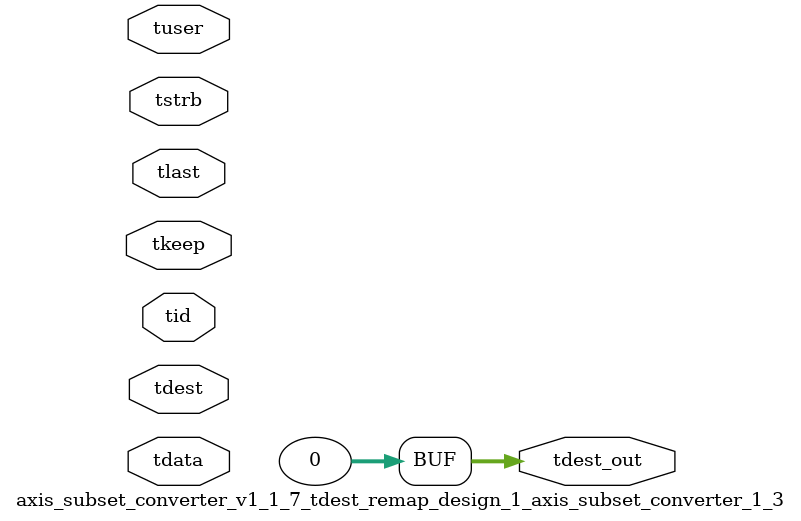
<source format=v>


`timescale 1ps/1ps

module axis_subset_converter_v1_1_7_tdest_remap_design_1_axis_subset_converter_1_3 #
(
parameter C_S_AXIS_TDATA_WIDTH = 32,
parameter C_S_AXIS_TUSER_WIDTH = 0,
parameter C_S_AXIS_TID_WIDTH   = 0,
parameter C_S_AXIS_TDEST_WIDTH = 0,
parameter C_M_AXIS_TDEST_WIDTH = 32
)
(
input  [(C_S_AXIS_TDATA_WIDTH == 0 ? 1 : C_S_AXIS_TDATA_WIDTH)-1:0     ] tdata,
input  [(C_S_AXIS_TUSER_WIDTH == 0 ? 1 : C_S_AXIS_TUSER_WIDTH)-1:0     ] tuser,
input  [(C_S_AXIS_TID_WIDTH   == 0 ? 1 : C_S_AXIS_TID_WIDTH)-1:0       ] tid,
input  [(C_S_AXIS_TDEST_WIDTH == 0 ? 1 : C_S_AXIS_TDEST_WIDTH)-1:0     ] tdest,
input  [(C_S_AXIS_TDATA_WIDTH/8)-1:0 ] tkeep,
input  [(C_S_AXIS_TDATA_WIDTH/8)-1:0 ] tstrb,
input                                                                    tlast,
output [C_M_AXIS_TDEST_WIDTH-1:0] tdest_out
);

assign tdest_out = {1'b0};

endmodule


</source>
